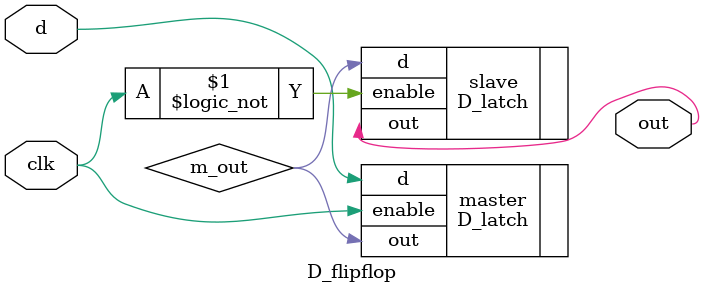
<source format=v>
module D_flipflop(d, clk, out);
	input d, clk;
	output out;
	wire m_out;
	
	
	D_latch master(.d(d), .enable(clk), .out(m_out));
	D_latch slave(.d(m_out), .enable(!clk), .out(out));
endmodule
</source>
